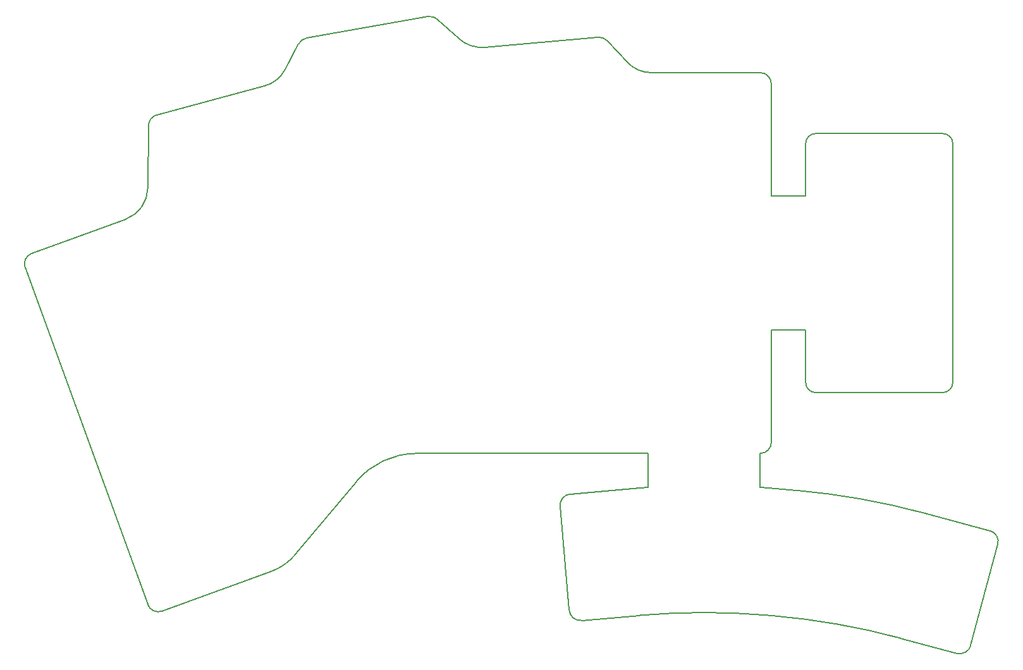
<source format=gm1>
G04 #@! TF.GenerationSoftware,KiCad,Pcbnew,8.0.7*
G04 #@! TF.CreationDate,2025-05-01T21:13:51+07:00*
G04 #@! TF.ProjectId,Lapka_ChocV1V2_Solder,4c61706b-615f-4436-986f-63563156325f,rev?*
G04 #@! TF.SameCoordinates,Original*
G04 #@! TF.FileFunction,Profile,NP*
%FSLAX46Y46*%
G04 Gerber Fmt 4.6, Leading zero omitted, Abs format (unit mm)*
G04 Created by KiCad (PCBNEW 8.0.7) date 2025-05-01 21:13:51*
%MOMM*%
%LPD*%
G01*
G04 APERTURE LIST*
G04 #@! TA.AperFunction,Profile*
%ADD10C,0.200000*%
G04 #@! TD*
G04 APERTURE END LIST*
D10*
X116007107Y-48959839D02*
G75*
G02*
X113189967Y-51210118I-3981907J2096439D01*
G01*
X117331862Y-113977554D02*
G75*
G02*
X114164021Y-116205278I-5752262J4813554D01*
G01*
X155652753Y-122793347D02*
X163461639Y-122110160D01*
X210359153Y-110773841D02*
X201317877Y-108351244D01*
X135142394Y-41910301D02*
G75*
G02*
X136411228Y-42277013I260506J-1477099D01*
G01*
X97599142Y-64860017D02*
G75*
G02*
X94619241Y-69045934I-4499732J49667D01*
G01*
X161748652Y-47969682D02*
X159144403Y-45153933D01*
X157912470Y-44678131D02*
G75*
G02*
X159144405Y-45153931I130730J-1494269D01*
G01*
X99502931Y-121541486D02*
G75*
G02*
X97580331Y-120644977I-513031J1409586D01*
G01*
X81163372Y-75539686D02*
G75*
G02*
X82059900Y-73617177I1409528J512986D01*
G01*
X179589958Y-49419972D02*
X165057528Y-49419969D01*
X207796414Y-126133876D02*
G75*
G02*
X205959234Y-127194551I-1449114J388576D01*
G01*
X163461639Y-122110160D02*
G75*
G02*
X180718394Y-122110163I8628361J-98625840D01*
G01*
X164590002Y-104952999D02*
X163461586Y-105045223D01*
X181090002Y-65919959D02*
X181090000Y-50919996D01*
X184356204Y-105363488D02*
G75*
G02*
X201317877Y-108351244I-8628604J-98625212D01*
G01*
X185690004Y-83919967D02*
X185690010Y-90919972D01*
X99502931Y-121541486D02*
X114164019Y-116205273D01*
X157912470Y-44678131D02*
X142673819Y-46011333D01*
X187039972Y-92269960D02*
G75*
G02*
X185689940Y-90919972I28J1350060D01*
G01*
X204039997Y-57569970D02*
G75*
G02*
X205390030Y-58919959I3J-1350030D01*
G01*
X117331862Y-113977554D02*
X125529061Y-104181569D01*
X181090002Y-83919963D02*
X185690004Y-83919967D01*
X135142394Y-41910301D02*
X118864350Y-44780569D01*
X181090003Y-98920037D02*
G75*
G02*
X179590002Y-100420003I-1500003J37D01*
G01*
X204039997Y-57569970D02*
X187039963Y-57569962D01*
X198387742Y-125165809D02*
X205959229Y-127194569D01*
X164590007Y-100419970D02*
X164590002Y-104952999D01*
X165057528Y-49419969D02*
G75*
G02*
X161748630Y-47969702I-228J4499369D01*
G01*
X139256699Y-44860200D02*
X139256669Y-44860207D01*
X94619240Y-69045932D02*
X82059893Y-73617158D01*
X210359153Y-110773841D02*
G75*
G02*
X211419880Y-112610973I-388253J-1448959D01*
G01*
X184356204Y-105363488D02*
X180718423Y-105045227D01*
X179590005Y-104952999D02*
X179590002Y-100420007D01*
X163461586Y-105045223D02*
X154158899Y-105859100D01*
X205390007Y-90919975D02*
G75*
G02*
X204040005Y-92270007I-1349907J-125D01*
G01*
X152807597Y-107483176D02*
G75*
G02*
X154158902Y-105859127I1494403J130776D01*
G01*
X155652753Y-122793347D02*
G75*
G02*
X154027764Y-121429778I-130653J1494347D01*
G01*
X81163372Y-75539686D02*
X97580350Y-120644970D01*
X113189969Y-51210125D02*
X98796299Y-55066894D01*
X179589958Y-49419972D02*
G75*
G02*
X181089928Y-50919998I142J-1499828D01*
G01*
X97691307Y-56497447D02*
X97599142Y-64860017D01*
X205390007Y-90919975D02*
X205390001Y-58919959D01*
X185690003Y-58919907D02*
X185690003Y-65919970D01*
X125529061Y-104181569D02*
G75*
G02*
X133581610Y-100419977I8052439J-6738131D01*
G01*
X185690003Y-58919907D02*
G75*
G02*
X187039963Y-57570003I1349997J-93D01*
G01*
X117797531Y-45558997D02*
X116007107Y-48959839D01*
X181089990Y-50919998D02*
X181090000Y-50919996D01*
X180718423Y-105045227D02*
X179590005Y-104952999D01*
X152807597Y-107483176D02*
X154027763Y-121429778D01*
X180718395Y-122110155D02*
X181393133Y-122169195D01*
X97691307Y-56497447D02*
G75*
G02*
X98796295Y-55066879I1500093J-16653D01*
G01*
X181090003Y-98920037D02*
X181090002Y-83919963D01*
X136411232Y-42277008D02*
X136411233Y-42276985D01*
X142673819Y-46011333D02*
G75*
G02*
X139256695Y-44860204I-392419J4482533D01*
G01*
X181393133Y-122169195D02*
G75*
G02*
X198387742Y-125165810I-8628633J-98624105D01*
G01*
X185690003Y-65919970D02*
X181090002Y-65919959D01*
X117797531Y-45558997D02*
G75*
G02*
X118864352Y-44780581I1327069J-698503D01*
G01*
X139256669Y-44860207D02*
X136411233Y-42276985D01*
X207796414Y-126133876D02*
X211419868Y-112610970D01*
X187039972Y-92269960D02*
X204040005Y-92269961D01*
X133581610Y-100419969D02*
X164590007Y-100419970D01*
M02*

</source>
